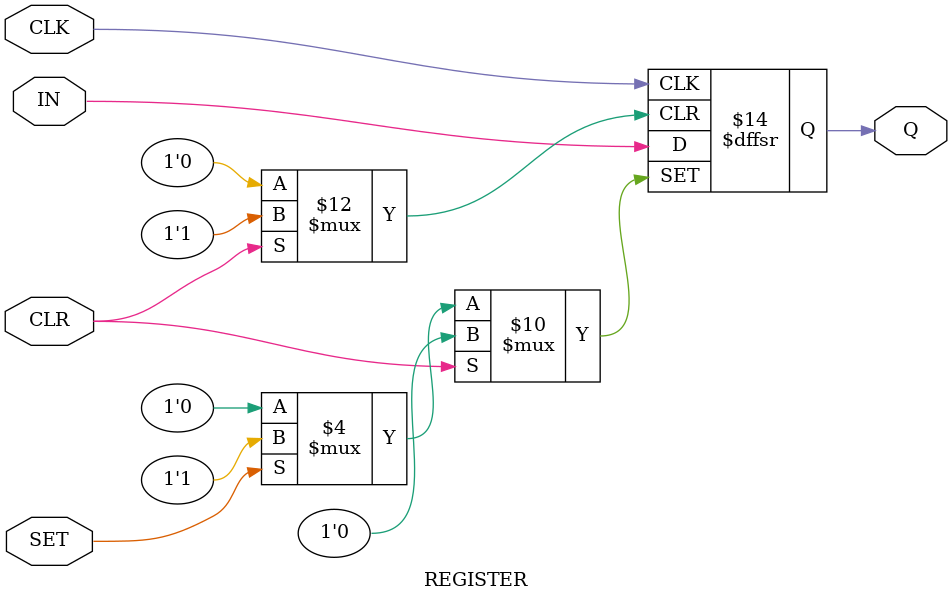
<source format=v>
module REGISTER(IN, CLR, SET, CLK, Q);
input IN, CLR, SET, CLK;
output Q;
reg Q;

always @ (posedge CLK or posedge CLR or posedge SET)
    if (CLR)
		Q = 1'b0 ;
	else if (SET)
		Q = 1'b1;
    else
		Q = IN;
endmodule


</source>
